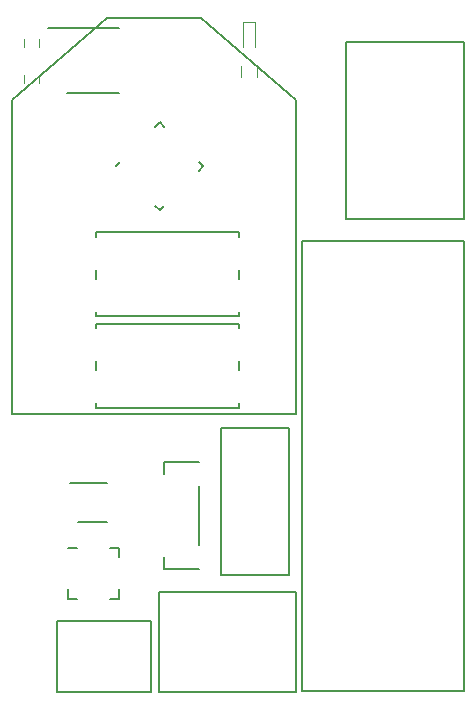
<source format=gto>
G04 #@! TF.FileFunction,Legend,Top*
%FSLAX46Y46*%
G04 Gerber Fmt 4.6, Leading zero omitted, Abs format (unit mm)*
G04 Created by KiCad (PCBNEW 4.0.5+dfsg1-4) date Sat Dec 30 21:32:09 2017*
%MOMM*%
%LPD*%
G01*
G04 APERTURE LIST*
%ADD10C,0.100000*%
%ADD11C,0.120000*%
%ADD12C,0.150000*%
%ADD13C,0.127000*%
G04 APERTURE END LIST*
D10*
D11*
X135474000Y-68611000D02*
X135474000Y-69311000D01*
X134274000Y-69311000D02*
X134274000Y-68611000D01*
X135474000Y-71659000D02*
X135474000Y-72359000D01*
X134274000Y-72359000D02*
X134274000Y-71659000D01*
X153789000Y-67153000D02*
X152789000Y-67153000D01*
X152789000Y-67153000D02*
X152789000Y-69253000D01*
X153789000Y-67153000D02*
X153789000Y-69253000D01*
D12*
X145006000Y-117893000D02*
X137006000Y-117893000D01*
X145006000Y-122993000D02*
X145006000Y-117893000D01*
X137006000Y-122993000D02*
X137006000Y-117893000D01*
X137006000Y-123893000D02*
X137006000Y-122993000D01*
X145006000Y-123893000D02*
X145006000Y-122993000D01*
X137006000Y-123893000D02*
X145006000Y-123893000D01*
D13*
X156655000Y-113963000D02*
X156655000Y-101563000D01*
X156655000Y-101563000D02*
X150905000Y-101563000D01*
X150905000Y-101563000D02*
X150905000Y-113963000D01*
X150905000Y-113963000D02*
X156655000Y-113963000D01*
D12*
X161464000Y-83831000D02*
X161464000Y-68831000D01*
X171464000Y-68831000D02*
X161464000Y-68831000D01*
X171464000Y-83831000D02*
X171464000Y-68831000D01*
X171464000Y-83831000D02*
X161464000Y-83831000D01*
X171513500Y-123825000D02*
X157797500Y-123825000D01*
X157797500Y-123825000D02*
X157797500Y-85725000D01*
X171513500Y-85725000D02*
X171513500Y-123825000D01*
X157797500Y-85725000D02*
X171513500Y-85725000D01*
D11*
X152609000Y-71862000D02*
X152609000Y-70862000D01*
X153969000Y-70862000D02*
X153969000Y-71862000D01*
D12*
X138830000Y-109489000D02*
X141280000Y-109489000D01*
X138105000Y-106189000D02*
X141280000Y-106189000D01*
X142263000Y-111683000D02*
X142263000Y-112458000D01*
X137963000Y-115983000D02*
X137963000Y-115208000D01*
X142263000Y-115983000D02*
X142263000Y-115208000D01*
X137963000Y-111683000D02*
X138738000Y-111683000D01*
X137963000Y-115983000D02*
X138738000Y-115983000D01*
X142263000Y-115983000D02*
X141488000Y-115983000D01*
X142263000Y-111683000D02*
X141488000Y-111683000D01*
X145717381Y-75676182D02*
X146088612Y-76047413D01*
X145717381Y-83100804D02*
X145346150Y-82729573D01*
X149429692Y-79388493D02*
X149058461Y-79017262D01*
X142005070Y-79388493D02*
X142376301Y-79017262D01*
X145717381Y-83100804D02*
X146088612Y-82729573D01*
X149429692Y-79388493D02*
X149058461Y-79759724D01*
X145717381Y-75676182D02*
X145346150Y-76047413D01*
X145671000Y-115411500D02*
X157271000Y-115411500D01*
X145671000Y-123911500D02*
X145671000Y-115411500D01*
X157271000Y-123911500D02*
X157271000Y-115411500D01*
X145671000Y-123911500D02*
X157271000Y-123911500D01*
X152400000Y-95885000D02*
X152400000Y-96647000D01*
X140335000Y-96647000D02*
X140335000Y-95885000D01*
X140335000Y-99822000D02*
X140335000Y-99441000D01*
X152400000Y-99822000D02*
X140335000Y-99822000D01*
X152400000Y-99441000D02*
X152400000Y-99822000D01*
X152400000Y-92710000D02*
X152400000Y-93091000D01*
X140335000Y-92710000D02*
X140335000Y-93091000D01*
X152400000Y-92710000D02*
X140335000Y-92710000D01*
X152400000Y-88138000D02*
X152400000Y-88900000D01*
X140335000Y-88900000D02*
X140335000Y-88138000D01*
X140335000Y-92075000D02*
X140335000Y-91694000D01*
X152400000Y-92075000D02*
X140335000Y-92075000D01*
X152400000Y-91694000D02*
X152400000Y-92075000D01*
X152400000Y-84963000D02*
X152400000Y-85344000D01*
X140335000Y-84963000D02*
X140335000Y-85344000D01*
X152400000Y-84963000D02*
X140335000Y-84963000D01*
X149050000Y-106442000D02*
X149050000Y-111442000D01*
X146050000Y-104442000D02*
X149050000Y-104442000D01*
X146050000Y-105442000D02*
X146050000Y-104442000D01*
X146050000Y-113442000D02*
X146050000Y-112442000D01*
X149050000Y-113442000D02*
X146050000Y-113442000D01*
X137881000Y-73210000D02*
X142281000Y-73210000D01*
X136306000Y-67685000D02*
X142281000Y-67685000D01*
X133239000Y-97812000D02*
X133239000Y-100352000D01*
X149239000Y-66812000D02*
X157239000Y-73812000D01*
X141239000Y-66812000D02*
X149239000Y-66812000D01*
X133239000Y-73812000D02*
X141239000Y-66812000D01*
X133239000Y-100352000D02*
X157239000Y-100352000D01*
X157239000Y-97812000D02*
X157239000Y-73812000D01*
X133239000Y-97812000D02*
X133239000Y-73812000D01*
X157239000Y-97812000D02*
X157239000Y-100352000D01*
M02*

</source>
